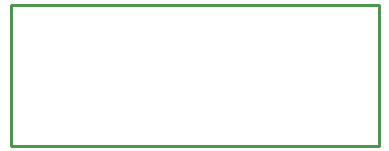
<source format=gko>
G04 EAGLE Gerber RS-274X export*
G75*
%MOMM*%
%FSLAX34Y34*%
%LPD*%
%IN*%
%IPPOS*%
%AMOC8*
5,1,8,0,0,1.08239X$1,22.5*%
G01*
%ADD10C,0.254000*%


D10*
X-510Y0D02*
X311150Y0D01*
X311150Y119280D01*
X-510Y119280D01*
X-510Y0D01*
M02*

</source>
